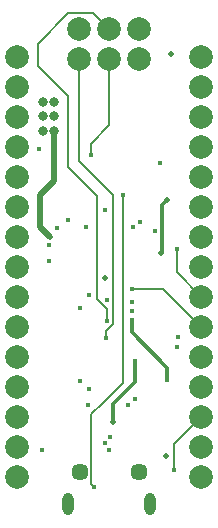
<source format=gbr>
%TF.GenerationSoftware,Altium Limited,Altium Designer,19.1.8 (144)*%
G04 Layer_Physical_Order=2*
G04 Layer_Color=36540*
%FSLAX26Y26*%
%MOIN*%
%TF.FileFunction,Copper,L2,Inr,Signal*%
%TF.Part,Single*%
G01*
G75*
%TA.AperFunction,Conductor*%
%ADD20C,0.008000*%
%ADD21C,0.012000*%
%ADD22C,0.020000*%
%TA.AperFunction,ComponentPad*%
%ADD24C,0.031496*%
%ADD25C,0.078740*%
%ADD26C,0.057087*%
%ADD27O,0.037402X0.074803*%
%TA.AperFunction,ViaPad*%
%ADD28C,0.015000*%
%ADD29C,0.020000*%
D20*
X278175Y329175D02*
X315175Y366175D01*
X278175Y96175D02*
Y329175D01*
Y96175D02*
X287175Y87175D01*
X275175Y1230466D02*
X337175Y1292466D01*
X275175Y1193175D02*
Y1230466D01*
X383175Y434175D02*
Y1061175D01*
X315175Y366175D02*
X383175Y434175D01*
X235369Y1175496D02*
X351675Y1059190D01*
Y630270D02*
Y1059190D01*
X328175Y606770D02*
X351675Y630270D01*
X328175Y583175D02*
Y606770D01*
X330175Y639175D02*
Y681018D01*
X297175Y714018D02*
X330175Y681018D01*
X297175Y714018D02*
Y1057281D01*
X200254Y1154202D02*
X297175Y1057281D01*
X562175Y803323D02*
Y882070D01*
Y803323D02*
X644175Y721323D01*
X413491Y747175D02*
X518323D01*
X644175Y621323D01*
X337175Y1292466D02*
Y1513175D01*
X200254Y1154202D02*
Y1388938D01*
X99192Y1490001D02*
X200254Y1388938D01*
X99192Y1490001D02*
Y1564169D01*
X201568Y1666545D02*
X283805D01*
X99192Y1564169D02*
X201568Y1666545D01*
X283805D02*
X337175Y1613175D01*
X235369Y1175496D02*
Y1511369D01*
X237175Y1513175D01*
X553175Y144376D02*
Y230323D01*
X644175Y321323D01*
D21*
X412175Y603175D02*
X531175Y484175D01*
Y444175D02*
Y484175D01*
X412175Y603175D02*
Y642175D01*
X350175Y304175D02*
Y364264D01*
X424675Y438764D01*
X530175Y1044669D02*
Y1045175D01*
X512397Y1026891D02*
X530175Y1044669D01*
X512397Y869209D02*
Y1026891D01*
X511175Y867987D02*
X512397Y869209D01*
X511175Y867175D02*
Y867987D01*
X424675Y438764D02*
Y508183D01*
D22*
X107175Y1060214D02*
X154813Y1107852D01*
X107175Y955229D02*
Y1060214D01*
Y955229D02*
X140911Y921493D01*
X154813Y1107852D02*
Y1272963D01*
D24*
X115443Y1371387D02*
D03*
Y1322175D02*
D03*
Y1272963D02*
D03*
X154813D02*
D03*
Y1322175D02*
D03*
Y1371387D02*
D03*
D25*
X437175Y1513175D02*
D03*
X337175D02*
D03*
X237175D02*
D03*
X437175Y1613175D02*
D03*
X337175D02*
D03*
X237175D02*
D03*
X644175Y1521323D02*
D03*
Y1421323D02*
D03*
Y1321323D02*
D03*
Y1221323D02*
D03*
Y1121323D02*
D03*
Y1021323D02*
D03*
Y921323D02*
D03*
Y821323D02*
D03*
Y721323D02*
D03*
Y621323D02*
D03*
Y521323D02*
D03*
Y421323D02*
D03*
Y321323D02*
D03*
Y221323D02*
D03*
Y121323D02*
D03*
X30175Y1521323D02*
D03*
Y1421323D02*
D03*
Y1321323D02*
D03*
Y1221323D02*
D03*
Y1121323D02*
D03*
Y1021323D02*
D03*
Y921323D02*
D03*
Y821323D02*
D03*
Y721323D02*
D03*
Y621323D02*
D03*
Y521323D02*
D03*
Y421323D02*
D03*
Y321323D02*
D03*
Y221323D02*
D03*
Y121323D02*
D03*
D26*
X238749Y136175D02*
D03*
X435601D02*
D03*
D27*
X199379Y29875D02*
D03*
X474971D02*
D03*
D28*
X113175Y210175D02*
D03*
X287175Y87175D02*
D03*
X322620Y233856D02*
D03*
X507175Y1166175D02*
D03*
X102175Y1212175D02*
D03*
X275175Y1193175D02*
D03*
X330175Y711423D02*
D03*
X330175Y639175D02*
D03*
X328175Y583175D02*
D03*
X138175Y840175D02*
D03*
X241175Y684175D02*
D03*
X271175Y727175D02*
D03*
X531175Y444175D02*
D03*
X412175Y642175D02*
D03*
X137175Y892175D02*
D03*
X383175Y1061175D02*
D03*
X340175Y254175D02*
D03*
X337275Y209055D02*
D03*
X322175Y1009175D02*
D03*
X562175Y882070D02*
D03*
X412175Y702175D02*
D03*
Y672175D02*
D03*
X413491Y747175D02*
D03*
X424675Y379985D02*
D03*
X140911Y921493D02*
D03*
X163183Y951894D02*
D03*
X200771Y976894D02*
D03*
X424675Y508183D02*
D03*
X268175Y360195D02*
D03*
X401423D02*
D03*
X270587Y414971D02*
D03*
X240685Y441442D02*
D03*
X567109Y586794D02*
D03*
X562175Y552175D02*
D03*
X441775Y970610D02*
D03*
X488897Y938968D02*
D03*
X416652Y953435D02*
D03*
X259758D02*
D03*
X553175Y144376D02*
D03*
D29*
X544004Y1530660D02*
D03*
X322175Y783175D02*
D03*
X350175Y304175D02*
D03*
X527175Y190175D02*
D03*
X530175Y1045175D02*
D03*
X511175Y867175D02*
D03*
%TF.MD5,88ee27b5160bcab3850a5a443d8e7af0*%
M02*

</source>
